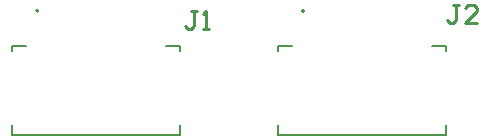
<source format=gbr>
%TF.GenerationSoftware,Altium Limited,Altium Designer,25.4.2 (15)*%
G04 Layer_Color=65535*
%FSLAX45Y45*%
%MOMM*%
%TF.SameCoordinates,CEA3B553-39D9-45E3-89D3-1F66C04990E3*%
%TF.FilePolarity,Positive*%
%TF.FileFunction,Legend,Top*%
%TF.Part,Single*%
G01*
G75*
%TA.AperFunction,NonConductor*%
%ADD17C,0.20000*%
%ADD18C,0.12700*%
%ADD19C,0.25400*%
D17*
X12660000Y5125000D02*
G03*
X12660000Y5125000I-10000J0D01*
G01*
X14910001D02*
G03*
X14910001Y5125000I-10000J0D01*
G01*
D18*
X12440000Y4075000D02*
X13860001D01*
Y4163000D01*
X12440000Y4787000D02*
Y4825000D01*
Y4075000D02*
Y4163000D01*
X13860001Y4787000D02*
Y4825000D01*
X13742000D02*
X13860001D01*
X12440000D02*
X12558000D01*
X14689999D02*
X14808000D01*
X15992000D02*
X16110001D01*
Y4787000D02*
Y4825000D01*
X14689999Y4075000D02*
Y4163000D01*
Y4787000D02*
Y4825000D01*
X16110001Y4075000D02*
Y4163000D01*
X14689999Y4075000D02*
X16110001D01*
D19*
X16224608Y5176175D02*
X16173825D01*
X16199217D01*
Y5049216D01*
X16173825Y5023825D01*
X16148433D01*
X16123041Y5049216D01*
X16376959Y5023825D02*
X16275392D01*
X16376959Y5125392D01*
Y5150783D01*
X16351567Y5176175D01*
X16300784D01*
X16275392Y5150783D01*
X14000000Y5126175D02*
X13949216D01*
X13974608D01*
Y4999217D01*
X13949216Y4973825D01*
X13923825D01*
X13898433Y4999217D01*
X14050784Y4973825D02*
X14101567D01*
X14076176D01*
Y5126175D01*
X14050784Y5100784D01*
%TF.MD5,02fdb9285bf823ae9bb5dc9a65bfac92*%
M02*

</source>
